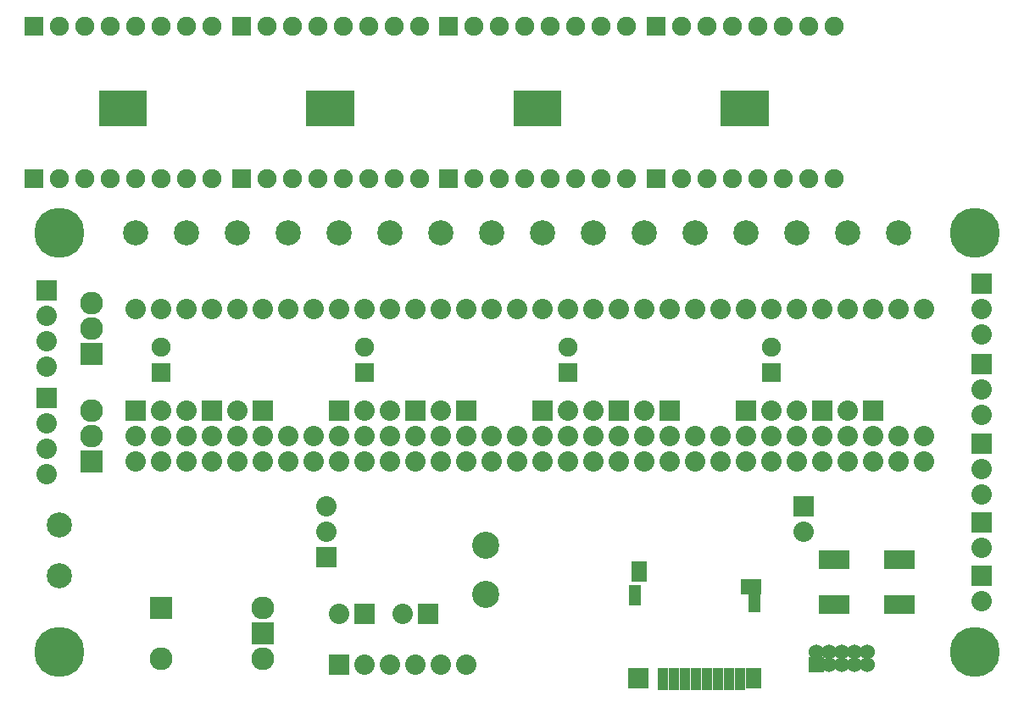
<source format=gbs>
G75*
G70*
%OFA0B0*%
%FSLAX25Y25*%
%IPPOS*%
%LPD*%
%AMOC8*
5,1,8,0,0,1.08239X$1,22.5*
%
%ADD12R,0.06000X0.06000*%
%ADD23C,0.00600*%
%ADD25C,0.06000*%
%ADD27R,0.04360X0.08890*%
%ADD29C,0.19720*%
%ADD31R,0.07500X0.07500*%
%ADD35R,0.11840X0.07500*%
%ADD37R,0.08000X0.08000*%
%ADD38C,0.09000*%
%ADD42C,0.07500*%
%ADD43R,0.07910X0.05940*%
%ADD49C,0.09870*%
%ADD53R,0.06330X0.07910*%
%ADD58R,0.09000X0.09000*%
%ADD60R,0.05150X0.07910*%
%ADD66C,0.10660*%
%ADD75C,0.08000*%
%ADD76R,0.05940X0.08100*%
%ADD78R,0.07710X0.07910*%
%ADD89R,0.07910X0.07910*%
X0010000Y0010000D02*
G01*
D23*
D38*
X0037500Y0152500D03*
X0037500Y0162500D03*
D58*
X0037500Y0142500D03*
D38*
X0037500Y0110000D03*
X0037500Y0120000D03*
D58*
X0037500Y0100000D03*
D37*
X0055000Y0120000D03*
D75*
X0065000Y0120000D03*
D37*
X0085000Y0120000D03*
D75*
X0075000Y0120000D03*
D37*
X0105000Y0120000D03*
D75*
X0095000Y0120000D03*
D37*
X0135000Y0120000D03*
D75*
X0145000Y0120000D03*
D37*
X0165000Y0120000D03*
D75*
X0155000Y0120000D03*
D37*
X0185000Y0120000D03*
D75*
X0175000Y0120000D03*
D37*
X0215000Y0120000D03*
D75*
X0225000Y0120000D03*
D37*
X0245000Y0120000D03*
D75*
X0235000Y0120000D03*
D37*
X0265000Y0120000D03*
D75*
X0255000Y0120000D03*
D37*
X0295000Y0120000D03*
D75*
X0305000Y0120000D03*
D37*
X0345000Y0120000D03*
D75*
X0335000Y0120000D03*
D37*
X0325000Y0120000D03*
D75*
X0315000Y0120000D03*
D37*
X0135000Y0020000D03*
D75*
X0145000Y0020000D03*
X0155000Y0020000D03*
X0165000Y0020000D03*
X0175000Y0020000D03*
X0185000Y0020000D03*
D38*
X0105000Y0042500D03*
D58*
X0105000Y0032500D03*
D38*
X0105000Y0022500D03*
D35*
X0355290Y0061360D03*
X0355290Y0043640D03*
X0329700Y0061360D03*
X0329700Y0043640D03*
D12*
X0322500Y0020000D03*
D25*
X0322500Y0025000D03*
X0327500Y0020000D03*
X0327500Y0025000D03*
X0332500Y0020000D03*
X0332500Y0025000D03*
X0337500Y0020000D03*
X0337500Y0025000D03*
X0342500Y0020000D03*
X0342500Y0025000D03*
D37*
X0317500Y0082500D03*
D75*
X0317500Y0072500D03*
D58*
X0065000Y0042500D03*
D38*
X0065000Y0022500D03*
D66*
X0192500Y0067150D03*
X0192500Y0047850D03*
D49*
X0095000Y0190000D03*
X0115000Y0190000D03*
X0075000Y0190000D03*
X0055000Y0190000D03*
X0175000Y0190000D03*
X0195000Y0190000D03*
X0155000Y0190000D03*
X0135000Y0190000D03*
X0335000Y0190000D03*
X0355000Y0190000D03*
X0315000Y0190000D03*
X0295000Y0190000D03*
X0255000Y0190000D03*
X0275000Y0190000D03*
X0235000Y0190000D03*
X0215000Y0190000D03*
X0025000Y0055000D03*
X0025000Y0075000D03*
D27*
X0292720Y0014450D03*
X0262410Y0014450D03*
X0266740Y0014450D03*
X0271070Y0014450D03*
X0275400Y0014450D03*
X0279730Y0014450D03*
X0284060Y0014450D03*
X0288390Y0014450D03*
D43*
X0297050Y0050670D03*
D76*
X0252960Y0056780D03*
D60*
X0298430Y0044770D03*
X0251380Y0047330D03*
D89*
X0252760Y0014650D03*
D53*
X0297830Y0014850D03*
D37*
X0130000Y0062500D03*
D75*
X0130000Y0072500D03*
X0130000Y0082500D03*
D37*
X0020000Y0167500D03*
D75*
X0020000Y0157500D03*
X0020000Y0147500D03*
X0020000Y0137500D03*
D37*
X0020000Y0125000D03*
D75*
X0020000Y0115000D03*
X0020000Y0105000D03*
X0020000Y0095000D03*
D37*
X0387500Y0107000D03*
D75*
X0387500Y0097000D03*
X0387500Y0087000D03*
D37*
X0387500Y0138500D03*
D75*
X0387500Y0128500D03*
X0387500Y0118500D03*
D37*
X0387500Y0170000D03*
D75*
X0387500Y0160000D03*
X0387500Y0150000D03*
D37*
X0387500Y0076000D03*
D75*
X0387500Y0066000D03*
D37*
X0387500Y0055000D03*
D75*
X0387500Y0045000D03*
D37*
X0145000Y0040000D03*
D75*
X0135000Y0040000D03*
D37*
X0170000Y0040000D03*
D75*
X0160000Y0040000D03*
D29*
X0385000Y0025000D03*
X0385000Y0190000D03*
X0025000Y0190000D03*
X0025000Y0025000D03*
D75*
X0365000Y0100000D03*
X0355000Y0100000D03*
X0345000Y0100000D03*
X0335000Y0100000D03*
X0325000Y0100000D03*
X0315000Y0100000D03*
X0305000Y0100000D03*
X0295000Y0100000D03*
X0295000Y0160000D03*
X0305000Y0160000D03*
X0315000Y0160000D03*
X0325000Y0160000D03*
X0335000Y0160000D03*
X0345000Y0160000D03*
X0355000Y0160000D03*
X0365000Y0160000D03*
X0295000Y0110000D03*
X0305000Y0110000D03*
X0315000Y0110000D03*
X0325000Y0110000D03*
X0335000Y0110000D03*
X0345000Y0110000D03*
X0355000Y0110000D03*
X0365000Y0110000D03*
X0285000Y0100000D03*
X0275000Y0100000D03*
X0265000Y0100000D03*
X0255000Y0100000D03*
X0245000Y0100000D03*
X0235000Y0100000D03*
X0225000Y0100000D03*
X0215000Y0100000D03*
X0215000Y0160000D03*
X0225000Y0160000D03*
X0235000Y0160000D03*
X0245000Y0160000D03*
X0255000Y0160000D03*
X0265000Y0160000D03*
X0275000Y0160000D03*
X0285000Y0160000D03*
X0215000Y0110000D03*
X0225000Y0110000D03*
X0235000Y0110000D03*
X0245000Y0110000D03*
X0255000Y0110000D03*
X0265000Y0110000D03*
X0275000Y0110000D03*
X0285000Y0110000D03*
X0205000Y0100000D03*
X0195000Y0100000D03*
X0185000Y0100000D03*
X0175000Y0100000D03*
X0165000Y0100000D03*
X0155000Y0100000D03*
X0145000Y0100000D03*
X0135000Y0100000D03*
X0135000Y0160000D03*
X0145000Y0160000D03*
X0155000Y0160000D03*
X0165000Y0160000D03*
X0175000Y0160000D03*
X0185000Y0160000D03*
X0195000Y0160000D03*
X0205000Y0160000D03*
X0135000Y0110000D03*
X0145000Y0110000D03*
X0155000Y0110000D03*
X0165000Y0110000D03*
X0175000Y0110000D03*
X0185000Y0110000D03*
X0195000Y0110000D03*
X0205000Y0110000D03*
X0125000Y0100000D03*
X0115000Y0100000D03*
X0105000Y0100000D03*
X0095000Y0100000D03*
X0085000Y0100000D03*
X0075000Y0100000D03*
X0065000Y0100000D03*
X0055000Y0100000D03*
X0055000Y0160000D03*
X0065000Y0160000D03*
X0075000Y0160000D03*
X0085000Y0160000D03*
X0095000Y0160000D03*
X0105000Y0160000D03*
X0115000Y0160000D03*
X0125000Y0160000D03*
X0055000Y0110000D03*
X0065000Y0110000D03*
X0075000Y0110000D03*
X0085000Y0110000D03*
X0095000Y0110000D03*
X0105000Y0110000D03*
X0115000Y0110000D03*
X0125000Y0110000D03*
D31*
X0065000Y0135000D03*
D42*
X0065000Y0145000D03*
D31*
X0145000Y0135000D03*
D42*
X0145000Y0145000D03*
D31*
X0225000Y0135000D03*
D42*
X0225000Y0145000D03*
D31*
X0305000Y0135000D03*
D42*
X0305000Y0145000D03*
X0010000Y0206500D02*
G01*
D23*
D31*
X0015000Y0271500D03*
D42*
X0025000Y0271500D03*
X0035000Y0271500D03*
X0045000Y0271500D03*
X0055000Y0271500D03*
X0065000Y0271500D03*
X0075000Y0271500D03*
X0085000Y0271500D03*
D31*
X0015000Y0211500D03*
D42*
X0025000Y0211500D03*
X0035000Y0211500D03*
X0045000Y0211500D03*
X0055000Y0211500D03*
X0065000Y0211500D03*
X0075000Y0211500D03*
X0085000Y0211500D03*
D78*
X0055710Y0236040D03*
X0050000Y0236040D03*
X0044290Y0236040D03*
X0044290Y0241950D03*
X0050000Y0241950D03*
X0055710Y0241950D03*
X0091500Y0206500D02*
G01*
D23*
D31*
X0096500Y0271500D03*
D42*
X0106500Y0271500D03*
X0116500Y0271500D03*
X0126500Y0271500D03*
X0136500Y0271500D03*
X0146500Y0271500D03*
X0156500Y0271500D03*
X0166500Y0271500D03*
D31*
X0096500Y0211500D03*
D42*
X0106500Y0211500D03*
X0116500Y0211500D03*
X0126500Y0211500D03*
X0136500Y0211500D03*
X0146500Y0211500D03*
X0156500Y0211500D03*
X0166500Y0211500D03*
D78*
X0137210Y0236040D03*
X0131500Y0236040D03*
X0125790Y0236040D03*
X0125790Y0241950D03*
X0131500Y0241950D03*
X0137210Y0241950D03*
X0173000Y0206500D02*
G01*
D23*
D31*
X0178000Y0271500D03*
D42*
X0188000Y0271500D03*
X0198000Y0271500D03*
X0208000Y0271500D03*
X0218000Y0271500D03*
X0228000Y0271500D03*
X0238000Y0271500D03*
X0248000Y0271500D03*
D31*
X0178000Y0211500D03*
D42*
X0188000Y0211500D03*
X0198000Y0211500D03*
X0208000Y0211500D03*
X0218000Y0211500D03*
X0228000Y0211500D03*
X0238000Y0211500D03*
X0248000Y0211500D03*
D78*
X0218710Y0236040D03*
X0213000Y0236040D03*
X0207290Y0236040D03*
X0207290Y0241950D03*
X0213000Y0241950D03*
X0218710Y0241950D03*
X0254500Y0206500D02*
G01*
D23*
D31*
X0259500Y0271500D03*
D42*
X0269500Y0271500D03*
X0279500Y0271500D03*
X0289500Y0271500D03*
X0299500Y0271500D03*
X0309500Y0271500D03*
X0319500Y0271500D03*
X0329500Y0271500D03*
D31*
X0259500Y0211500D03*
D42*
X0269500Y0211500D03*
X0279500Y0211500D03*
X0289500Y0211500D03*
X0299500Y0211500D03*
X0309500Y0211500D03*
X0319500Y0211500D03*
X0329500Y0211500D03*
D78*
X0300210Y0236040D03*
X0294500Y0236040D03*
X0288790Y0236040D03*
X0288790Y0241950D03*
X0294500Y0241950D03*
X0300210Y0241950D03*
M02*

</source>
